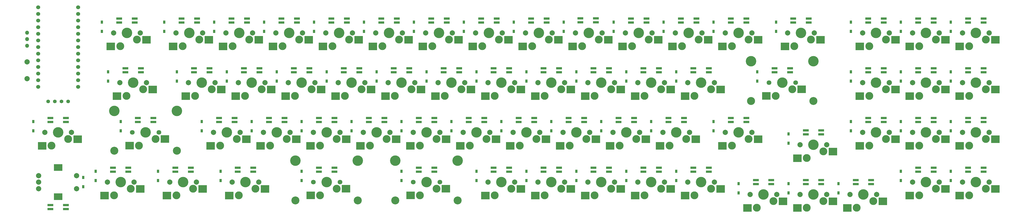
<source format=gbs>
G04 #@! TF.GenerationSoftware,KiCad,Pcbnew,(5.1.12)-1*
G04 #@! TF.CreationDate,2023-11-03T11:44:58+09:00*
G04 #@! TF.ProjectId,jtnk64w,6a746e6b-3634-4772-9e6b-696361645f70,rev?*
G04 #@! TF.SameCoordinates,Original*
G04 #@! TF.FileFunction,Soldermask,Bot*
G04 #@! TF.FilePolarity,Negative*
%FSLAX46Y46*%
G04 Gerber Fmt 4.6, Leading zero omitted, Abs format (unit mm)*
G04 Created by KiCad (PCBNEW (5.1.12)-1) date 2023-11-03 11:44:58*
%MOMM*%
%LPD*%
G01*
G04 APERTURE LIST*
%ADD10C,4.000000*%
%ADD11C,3.050000*%
%ADD12R,3.300000X3.000000*%
%ADD13C,3.000000*%
%ADD14C,1.800000*%
%ADD15C,1.524000*%
%ADD16C,2.000000*%
%ADD17R,3.200000X2.500000*%
%ADD18C,1.397000*%
%ADD19R,2.200000X0.820000*%
%ADD20O,1.500000X1.500000*%
%ADD21R,0.950000X1.300000*%
G04 APERTURE END LIST*
D10*
X323844000Y-53672500D03*
X300044000Y-53672500D03*
D11*
X300044000Y-68912500D03*
X323844000Y-68912500D03*
D12*
X319344000Y-64452500D03*
D13*
X309404000Y-66992500D03*
D10*
X311944000Y-61912500D03*
D14*
X306864000Y-61912500D03*
X317024000Y-61912500D03*
D13*
X315754000Y-64452500D03*
D12*
X305844000Y-66992500D03*
D10*
X188112000Y-91772000D03*
X164312000Y-91772000D03*
D11*
X164312000Y-107012000D03*
X188112000Y-107012000D03*
D12*
X183612000Y-102552000D03*
D13*
X173672000Y-105092000D03*
D10*
X176212000Y-100012000D03*
D14*
X171132000Y-100012000D03*
X181292000Y-100012000D03*
D13*
X180022000Y-102552000D03*
D12*
X170112000Y-105092000D03*
D10*
X150012000Y-91772000D03*
X126212000Y-91772000D03*
D11*
X126212000Y-107012000D03*
X150012000Y-107012000D03*
D12*
X145512000Y-102552000D03*
D13*
X135572000Y-105092000D03*
D10*
X138112000Y-100012000D03*
D14*
X133032000Y-100012000D03*
X143192000Y-100012000D03*
D13*
X141922000Y-102552000D03*
D12*
X132012000Y-105092000D03*
D10*
X80956200Y-72722500D03*
X57156200Y-72722500D03*
D11*
X57156200Y-87962500D03*
X80956200Y-87962500D03*
D12*
X76456200Y-83502500D03*
D13*
X66516200Y-86042500D03*
D10*
X69056200Y-80962500D03*
D14*
X63976200Y-80962500D03*
X74136200Y-80962500D03*
D13*
X72866200Y-83502500D03*
D12*
X62956200Y-86042500D03*
D15*
X43282400Y-35528200D03*
X43282400Y-38068200D03*
X43282400Y-40608200D03*
X43282400Y-43148200D03*
X43282400Y-45688200D03*
X43282400Y-48228200D03*
X43282400Y-50768200D03*
X43282400Y-53308200D03*
X43282400Y-55848200D03*
X43282400Y-58388200D03*
X43282400Y-60928200D03*
X43282400Y-63468200D03*
X28062400Y-63468200D03*
X28062400Y-60928200D03*
X28062400Y-58388200D03*
X28062400Y-55848200D03*
X28062400Y-53308200D03*
X28062400Y-50768200D03*
X28062400Y-48228200D03*
X28062400Y-45688200D03*
X28062400Y-43148200D03*
X28062400Y-40608200D03*
X28062400Y-38068200D03*
X28062400Y-35528200D03*
X28062400Y-32988200D03*
X43282400Y-32988200D03*
D16*
X23812500Y-53900000D03*
X23812500Y-60400000D03*
D12*
X379612000Y-105132000D03*
D16*
X390842000Y-100012000D03*
X380682000Y-100012000D03*
D10*
X385762000Y-100012000D03*
D13*
X383222000Y-105092000D03*
X389572000Y-102552000D03*
D12*
X393212000Y-102592000D03*
X379612000Y-86082500D03*
D16*
X390842000Y-80962500D03*
X380682000Y-80962500D03*
D10*
X385762000Y-80962500D03*
D13*
X383222000Y-86042500D03*
X389572000Y-83502500D03*
D12*
X393212000Y-83542500D03*
X379612000Y-67032500D03*
D16*
X390842000Y-61912500D03*
X380682000Y-61912500D03*
D10*
X385762000Y-61912500D03*
D13*
X383222000Y-66992500D03*
X389572000Y-64452500D03*
D12*
X393212000Y-64492500D03*
X379612000Y-47982500D03*
D16*
X390842000Y-42862500D03*
X380682000Y-42862500D03*
D10*
X385762000Y-42862500D03*
D13*
X383222000Y-47942500D03*
X389572000Y-45402500D03*
D12*
X393212000Y-45442500D03*
X360562000Y-105132000D03*
D16*
X371792000Y-100012000D03*
X361632000Y-100012000D03*
D10*
X366712000Y-100012000D03*
D13*
X364172000Y-105092000D03*
X370522000Y-102552000D03*
D12*
X374162000Y-102592000D03*
X360562000Y-86082500D03*
D16*
X371792000Y-80962500D03*
X361632000Y-80962500D03*
D10*
X366712000Y-80962500D03*
D13*
X364172000Y-86042500D03*
X370522000Y-83502500D03*
D12*
X374162000Y-83542500D03*
X360562000Y-67032500D03*
D16*
X371792000Y-61912500D03*
X361632000Y-61912500D03*
D10*
X366712000Y-61912500D03*
D13*
X364172000Y-66992500D03*
X370522000Y-64452500D03*
D12*
X374162000Y-64492500D03*
X360562000Y-47982500D03*
D16*
X371792000Y-42862500D03*
X361632000Y-42862500D03*
D10*
X366712000Y-42862500D03*
D13*
X364172000Y-47942500D03*
X370522000Y-45402500D03*
D12*
X374162000Y-45442500D03*
X336750000Y-109895000D03*
D16*
X347980000Y-104775000D03*
X337820000Y-104775000D03*
D10*
X342900000Y-104775000D03*
D13*
X340360000Y-109855000D03*
X346710000Y-107315000D03*
D12*
X350350000Y-107355000D03*
X341512000Y-86082500D03*
D16*
X352742000Y-80962500D03*
X342582000Y-80962500D03*
D10*
X347662000Y-80962500D03*
D13*
X345122000Y-86042500D03*
X351472000Y-83502500D03*
D12*
X355112000Y-83542500D03*
X341512000Y-67032500D03*
D16*
X352742000Y-61912500D03*
X342582000Y-61912500D03*
D10*
X347662000Y-61912500D03*
D13*
X345122000Y-66992500D03*
X351472000Y-64452500D03*
D12*
X355112000Y-64492500D03*
X341512000Y-47982500D03*
D16*
X352742000Y-42862500D03*
X342582000Y-42862500D03*
D10*
X347662000Y-42862500D03*
D13*
X345122000Y-47942500D03*
X351472000Y-45402500D03*
D12*
X355112000Y-45442500D03*
X312938000Y-47982500D03*
D16*
X324168000Y-42862500D03*
X314008000Y-42862500D03*
D10*
X319088000Y-42862500D03*
D13*
X316548000Y-47942500D03*
X322898000Y-45402500D03*
D12*
X326538000Y-45442500D03*
X317700000Y-109895000D03*
D16*
X328930000Y-104775000D03*
X318770000Y-104775000D03*
D10*
X323850000Y-104775000D03*
D13*
X321310000Y-109855000D03*
X327660000Y-107315000D03*
D12*
X331300000Y-107355000D03*
X317700000Y-90845000D03*
D16*
X328930000Y-85725000D03*
X318770000Y-85725000D03*
D10*
X323850000Y-85725000D03*
D13*
X321310000Y-90805000D03*
X327660000Y-88265000D03*
D12*
X331300000Y-88305000D03*
X289125000Y-47982500D03*
D16*
X300355000Y-42862500D03*
X290195000Y-42862500D03*
D10*
X295275000Y-42862500D03*
D13*
X292735000Y-47942500D03*
X299085000Y-45402500D03*
D12*
X302725000Y-45442500D03*
X298650000Y-109895000D03*
D16*
X309880000Y-104775000D03*
X299720000Y-104775000D03*
D10*
X304800000Y-104775000D03*
D13*
X302260000Y-109855000D03*
X308610000Y-107315000D03*
D12*
X312250000Y-107355000D03*
X289125000Y-86082500D03*
D16*
X300355000Y-80962500D03*
X290195000Y-80962500D03*
D10*
X295275000Y-80962500D03*
D13*
X292735000Y-86042500D03*
X299085000Y-83502500D03*
D12*
X302725000Y-83542500D03*
X274838000Y-67032500D03*
D16*
X286068000Y-61912500D03*
X275908000Y-61912500D03*
D10*
X280988000Y-61912500D03*
D13*
X278448000Y-66992500D03*
X284798000Y-64452500D03*
D12*
X288438000Y-64492500D03*
X270075000Y-47982500D03*
D16*
X281305000Y-42862500D03*
X271145000Y-42862500D03*
D10*
X276225000Y-42862500D03*
D13*
X273685000Y-47942500D03*
X280035000Y-45402500D03*
D12*
X283675000Y-45442500D03*
X274838000Y-105132000D03*
D16*
X286068000Y-100012000D03*
X275908000Y-100012000D03*
D10*
X280988000Y-100012000D03*
D13*
X278448000Y-105092000D03*
X284798000Y-102552000D03*
D12*
X288438000Y-102592000D03*
X265312000Y-86082500D03*
D16*
X276542000Y-80962500D03*
X266382000Y-80962500D03*
D10*
X271462000Y-80962500D03*
D13*
X268922000Y-86042500D03*
X275272000Y-83502500D03*
D12*
X278912000Y-83542500D03*
X255788000Y-67032500D03*
D16*
X267018000Y-61912500D03*
X256858000Y-61912500D03*
D10*
X261938000Y-61912500D03*
D13*
X259398000Y-66992500D03*
X265748000Y-64452500D03*
D12*
X269388000Y-64492500D03*
X251025000Y-47982500D03*
D16*
X262255000Y-42862500D03*
X252095000Y-42862500D03*
D10*
X257175000Y-42862500D03*
D13*
X254635000Y-47942500D03*
X260985000Y-45402500D03*
D12*
X264625000Y-45442500D03*
X255788000Y-105132000D03*
D16*
X267018000Y-100012000D03*
X256858000Y-100012000D03*
D10*
X261938000Y-100012000D03*
D13*
X259398000Y-105092000D03*
X265748000Y-102552000D03*
D12*
X269388000Y-102592000D03*
X246262000Y-86082500D03*
D16*
X257492000Y-80962500D03*
X247332000Y-80962500D03*
D10*
X252412000Y-80962500D03*
D13*
X249872000Y-86042500D03*
X256222000Y-83502500D03*
D12*
X259862000Y-83542500D03*
X236738000Y-67032500D03*
D16*
X247968000Y-61912500D03*
X237808000Y-61912500D03*
D10*
X242888000Y-61912500D03*
D13*
X240348000Y-66992500D03*
X246698000Y-64452500D03*
D12*
X250338000Y-64492500D03*
X231975000Y-47982500D03*
D16*
X243205000Y-42862500D03*
X233045000Y-42862500D03*
D10*
X238125000Y-42862500D03*
D13*
X235585000Y-47942500D03*
X241935000Y-45402500D03*
D12*
X245575000Y-45442500D03*
X236738000Y-105132000D03*
D16*
X247968000Y-100012000D03*
X237808000Y-100012000D03*
D10*
X242888000Y-100012000D03*
D13*
X240348000Y-105092000D03*
X246698000Y-102552000D03*
D12*
X250338000Y-102592000D03*
X227212000Y-86082500D03*
D16*
X238442000Y-80962500D03*
X228282000Y-80962500D03*
D10*
X233362000Y-80962500D03*
D13*
X230822000Y-86042500D03*
X237172000Y-83502500D03*
D12*
X240812000Y-83542500D03*
X217688000Y-67032500D03*
D16*
X228918000Y-61912500D03*
X218758000Y-61912500D03*
D10*
X223838000Y-61912500D03*
D13*
X221298000Y-66992500D03*
X227648000Y-64452500D03*
D12*
X231288000Y-64492500D03*
X212925000Y-47982500D03*
D16*
X224155000Y-42862500D03*
X213995000Y-42862500D03*
D10*
X219075000Y-42862500D03*
D13*
X216535000Y-47942500D03*
X222885000Y-45402500D03*
D12*
X226525000Y-45442500D03*
X217688000Y-105132000D03*
D16*
X228918000Y-100012000D03*
X218758000Y-100012000D03*
D10*
X223838000Y-100012000D03*
D13*
X221298000Y-105092000D03*
X227648000Y-102552000D03*
D12*
X231288000Y-102592000D03*
X208162000Y-86082500D03*
D16*
X219392000Y-80962500D03*
X209232000Y-80962500D03*
D10*
X214312000Y-80962500D03*
D13*
X211772000Y-86042500D03*
X218122000Y-83502500D03*
D12*
X221762000Y-83542500D03*
X198638000Y-67032500D03*
D16*
X209868000Y-61912500D03*
X199708000Y-61912500D03*
D10*
X204788000Y-61912500D03*
D13*
X202248000Y-66992500D03*
X208598000Y-64452500D03*
D12*
X212238000Y-64492500D03*
X193875000Y-47982500D03*
D16*
X205105000Y-42862500D03*
X194945000Y-42862500D03*
D10*
X200025000Y-42862500D03*
D13*
X197485000Y-47942500D03*
X203835000Y-45402500D03*
D12*
X207475000Y-45442500D03*
X198638000Y-105132000D03*
D16*
X209868000Y-100012000D03*
X199708000Y-100012000D03*
D10*
X204788000Y-100012000D03*
D13*
X202248000Y-105092000D03*
X208598000Y-102552000D03*
D12*
X212238000Y-102592000D03*
X189112000Y-86082500D03*
D16*
X200342000Y-80962500D03*
X190182000Y-80962500D03*
D10*
X195262000Y-80962500D03*
D13*
X192722000Y-86042500D03*
X199072000Y-83502500D03*
D12*
X202712000Y-83542500D03*
X179588000Y-67032500D03*
D16*
X190818000Y-61912500D03*
X180658000Y-61912500D03*
D10*
X185738000Y-61912500D03*
D13*
X183198000Y-66992500D03*
X189548000Y-64452500D03*
D12*
X193188000Y-64492500D03*
X174825000Y-47982500D03*
D16*
X186055000Y-42862500D03*
X175895000Y-42862500D03*
D10*
X180975000Y-42862500D03*
D13*
X178435000Y-47942500D03*
X184785000Y-45402500D03*
D12*
X188425000Y-45442500D03*
X170062000Y-86082500D03*
D16*
X181292000Y-80962500D03*
X171132000Y-80962500D03*
D10*
X176212000Y-80962500D03*
D13*
X173672000Y-86042500D03*
X180022000Y-83502500D03*
D12*
X183662000Y-83542500D03*
X160538000Y-67032500D03*
D16*
X171768000Y-61912500D03*
X161608000Y-61912500D03*
D10*
X166688000Y-61912500D03*
D13*
X164148000Y-66992500D03*
X170498000Y-64452500D03*
D12*
X174138000Y-64492500D03*
X155775000Y-47982500D03*
D16*
X167005000Y-42862500D03*
X156845000Y-42862500D03*
D10*
X161925000Y-42862500D03*
D13*
X159385000Y-47942500D03*
X165735000Y-45402500D03*
D12*
X169375000Y-45442500D03*
X151012000Y-86082500D03*
D16*
X162242000Y-80962500D03*
X152082000Y-80962500D03*
D10*
X157162000Y-80962500D03*
D13*
X154622000Y-86042500D03*
X160972000Y-83502500D03*
D12*
X164612000Y-83542500D03*
X141488000Y-67032500D03*
D16*
X152718000Y-61912500D03*
X142558000Y-61912500D03*
D10*
X147638000Y-61912500D03*
D13*
X145098000Y-66992500D03*
X151448000Y-64452500D03*
D12*
X155088000Y-64492500D03*
X136725000Y-47982500D03*
D16*
X147955000Y-42862500D03*
X137795000Y-42862500D03*
D10*
X142875000Y-42862500D03*
D13*
X140335000Y-47942500D03*
X146685000Y-45402500D03*
D12*
X150325000Y-45442500D03*
X131962000Y-86082500D03*
D16*
X143192000Y-80962500D03*
X133032000Y-80962500D03*
D10*
X138112000Y-80962500D03*
D13*
X135572000Y-86042500D03*
X141922000Y-83502500D03*
D12*
X145562000Y-83542500D03*
X122438000Y-67032500D03*
D16*
X133668000Y-61912500D03*
X123508000Y-61912500D03*
D10*
X128588000Y-61912500D03*
D13*
X126048000Y-66992500D03*
X132398000Y-64452500D03*
D12*
X136038000Y-64492500D03*
X117675000Y-47982500D03*
D16*
X128905000Y-42862500D03*
X118745000Y-42862500D03*
D10*
X123825000Y-42862500D03*
D13*
X121285000Y-47942500D03*
X127635000Y-45402500D03*
D12*
X131275000Y-45442500D03*
X101006000Y-105132000D03*
D16*
X112236000Y-100012000D03*
X102076000Y-100012000D03*
D10*
X107156000Y-100012000D03*
D13*
X104616000Y-105092000D03*
X110966000Y-102552000D03*
D12*
X114606000Y-102592000D03*
X112912000Y-86082500D03*
D16*
X124142000Y-80962500D03*
X113982000Y-80962500D03*
D10*
X119062000Y-80962500D03*
D13*
X116522000Y-86042500D03*
X122872000Y-83502500D03*
D12*
X126512000Y-83542500D03*
X103388000Y-67032500D03*
D16*
X114618000Y-61912500D03*
X104458000Y-61912500D03*
D10*
X109538000Y-61912500D03*
D13*
X106998000Y-66992500D03*
X113348000Y-64452500D03*
D12*
X116988000Y-64492500D03*
X98625000Y-47982500D03*
D16*
X109855000Y-42862500D03*
X99695000Y-42862500D03*
D10*
X104775000Y-42862500D03*
D13*
X102235000Y-47942500D03*
X108585000Y-45402500D03*
D12*
X112225000Y-45442500D03*
X77193800Y-105132000D03*
D16*
X88423800Y-100012000D03*
X78263800Y-100012000D03*
D10*
X83343800Y-100012000D03*
D13*
X80803800Y-105092000D03*
X87153800Y-102552000D03*
D12*
X90793800Y-102592000D03*
X93862000Y-86082500D03*
D16*
X105092000Y-80962500D03*
X94932000Y-80962500D03*
D10*
X100012000Y-80962500D03*
D13*
X97472000Y-86042500D03*
X103822000Y-83502500D03*
D12*
X107462000Y-83542500D03*
X84337500Y-67032500D03*
D16*
X95567500Y-61912500D03*
X85407500Y-61912500D03*
D10*
X90487500Y-61912500D03*
D13*
X87947500Y-66992500D03*
X94297500Y-64452500D03*
D12*
X97937500Y-64492500D03*
X79575000Y-47982500D03*
D16*
X90805000Y-42862500D03*
X80645000Y-42862500D03*
D10*
X85725000Y-42862500D03*
D13*
X83185000Y-47942500D03*
X89535000Y-45402500D03*
D12*
X93175000Y-45442500D03*
X53381200Y-105132000D03*
D16*
X64611200Y-100012000D03*
X54451200Y-100012000D03*
D10*
X59531200Y-100012000D03*
D13*
X56991200Y-105092000D03*
X63341200Y-102552000D03*
D12*
X66981200Y-102592000D03*
X58143800Y-67032500D03*
D16*
X69373800Y-61912500D03*
X59213800Y-61912500D03*
D10*
X64293800Y-61912500D03*
D13*
X61753800Y-66992500D03*
X68103800Y-64452500D03*
D12*
X71743800Y-64492500D03*
X55762500Y-47982500D03*
D16*
X66992500Y-42862500D03*
X56832500Y-42862500D03*
D10*
X61912500Y-42862500D03*
D13*
X59372500Y-47942500D03*
X65722500Y-45402500D03*
D12*
X69362500Y-45442500D03*
D16*
X42718800Y-102512000D03*
X42718800Y-97512000D03*
D17*
X35718800Y-105612000D03*
X35718800Y-94412000D03*
D16*
X28218800Y-102512000D03*
X28218800Y-100012000D03*
X28218800Y-97512000D03*
D12*
X29568800Y-86082500D03*
D16*
X40798800Y-80962500D03*
X30638800Y-80962500D03*
D10*
X35718800Y-80962500D03*
D13*
X33178800Y-86042500D03*
X39528800Y-83502500D03*
D12*
X43168800Y-83542500D03*
D18*
X39528800Y-69056200D03*
X36988800Y-69056200D03*
X34448800Y-69056200D03*
X31908800Y-69056200D03*
D19*
X382812000Y-96000000D03*
X382812000Y-94500000D03*
X388712000Y-94500000D03*
X388712000Y-96000000D03*
X382812000Y-76950000D03*
X382812000Y-75450000D03*
X388712000Y-75450000D03*
X388712000Y-76950000D03*
X382812000Y-57900000D03*
X382812000Y-56400000D03*
X388712000Y-56400000D03*
X388712000Y-57900000D03*
X382812000Y-38850000D03*
X382812000Y-37350000D03*
X388712000Y-37350000D03*
X388712000Y-38850000D03*
X363762000Y-38850000D03*
X363762000Y-37350000D03*
X369662000Y-37350000D03*
X369662000Y-38850000D03*
X363762000Y-57900000D03*
X363762000Y-56400000D03*
X369662000Y-56400000D03*
X369662000Y-57900000D03*
X363762000Y-76950000D03*
X363762000Y-75450000D03*
X369662000Y-75450000D03*
X369662000Y-76950000D03*
X363762000Y-96000000D03*
X363762000Y-94500000D03*
X369662000Y-94500000D03*
X369662000Y-96000000D03*
X339950000Y-100762000D03*
X339950000Y-99262000D03*
X345850000Y-99262000D03*
X345850000Y-100762000D03*
X344712000Y-76950000D03*
X344712000Y-75450000D03*
X350612000Y-75450000D03*
X350612000Y-76950000D03*
X344712000Y-57900000D03*
X344712000Y-56400000D03*
X350612000Y-56400000D03*
X350612000Y-57900000D03*
X344712000Y-38850000D03*
X344712000Y-37350000D03*
X350612000Y-37350000D03*
X350612000Y-38850000D03*
X316138000Y-38850000D03*
X316138000Y-37350000D03*
X322038000Y-37350000D03*
X322038000Y-38850000D03*
X292325000Y-38850000D03*
X292325000Y-37350000D03*
X298225000Y-37350000D03*
X298225000Y-38850000D03*
X308994000Y-57900000D03*
X308994000Y-56400000D03*
X314894000Y-56400000D03*
X314894000Y-57900000D03*
X320900000Y-81712500D03*
X320900000Y-80212500D03*
X326800000Y-80212500D03*
X326800000Y-81712500D03*
X320900000Y-100762000D03*
X320900000Y-99262000D03*
X326800000Y-99262000D03*
X326800000Y-100762000D03*
X301850000Y-100762000D03*
X301850000Y-99262000D03*
X307750000Y-99262000D03*
X307750000Y-100762000D03*
X292325000Y-76950000D03*
X292325000Y-75450000D03*
X298225000Y-75450000D03*
X298225000Y-76950000D03*
X278038000Y-57900000D03*
X278038000Y-56400000D03*
X283938000Y-56400000D03*
X283938000Y-57900000D03*
X273275000Y-38850000D03*
X273275000Y-37350000D03*
X279175000Y-37350000D03*
X279175000Y-38850000D03*
X254225000Y-38850000D03*
X254225000Y-37350000D03*
X260125000Y-37350000D03*
X260125000Y-38850000D03*
X258988000Y-57900000D03*
X258988000Y-56400000D03*
X264888000Y-56400000D03*
X264888000Y-57900000D03*
X268512000Y-76950000D03*
X268512000Y-75450000D03*
X274412000Y-75450000D03*
X274412000Y-76950000D03*
X278038000Y-96000000D03*
X278038000Y-94500000D03*
X283938000Y-94500000D03*
X283938000Y-96000000D03*
X258988000Y-96000000D03*
X258988000Y-94500000D03*
X264888000Y-94500000D03*
X264888000Y-96000000D03*
X249462000Y-76950000D03*
X249462000Y-75450000D03*
X255362000Y-75450000D03*
X255362000Y-76950000D03*
X239938000Y-57900000D03*
X239938000Y-56400000D03*
X245838000Y-56400000D03*
X245838000Y-57900000D03*
X234956000Y-38750000D03*
X234956000Y-37250000D03*
X240856000Y-37250000D03*
X240856000Y-38750000D03*
X216125000Y-38850000D03*
X216125000Y-37350000D03*
X222025000Y-37350000D03*
X222025000Y-38850000D03*
X220888000Y-57900000D03*
X220888000Y-56400000D03*
X226788000Y-56400000D03*
X226788000Y-57900000D03*
X230412000Y-76950000D03*
X230412000Y-75450000D03*
X236312000Y-75450000D03*
X236312000Y-76950000D03*
X239938000Y-96000000D03*
X239938000Y-94500000D03*
X245838000Y-94500000D03*
X245838000Y-96000000D03*
X220888000Y-96000000D03*
X220888000Y-94500000D03*
X226788000Y-94500000D03*
X226788000Y-96000000D03*
X211362000Y-76950000D03*
X211362000Y-75450000D03*
X217262000Y-75450000D03*
X217262000Y-76950000D03*
X201838000Y-57900000D03*
X201838000Y-56400000D03*
X207738000Y-56400000D03*
X207738000Y-57900000D03*
X197075000Y-38850000D03*
X197075000Y-37350000D03*
X202975000Y-37350000D03*
X202975000Y-38850000D03*
X178025000Y-38850000D03*
X178025000Y-37350000D03*
X183925000Y-37350000D03*
X183925000Y-38850000D03*
X182788000Y-57900000D03*
X182788000Y-56400000D03*
X188688000Y-56400000D03*
X188688000Y-57900000D03*
X192312000Y-76950000D03*
X192312000Y-75450000D03*
X198212000Y-75450000D03*
X198212000Y-76950000D03*
X201838000Y-96000000D03*
X201838000Y-94500000D03*
X207738000Y-94500000D03*
X207738000Y-96000000D03*
X173262000Y-96000000D03*
X173262000Y-94500000D03*
X179162000Y-94500000D03*
X179162000Y-96000000D03*
X173262000Y-76950000D03*
X173262000Y-75450000D03*
X179162000Y-75450000D03*
X179162000Y-76950000D03*
X163738000Y-57900000D03*
X163738000Y-56400000D03*
X169638000Y-56400000D03*
X169638000Y-57900000D03*
X158975000Y-38850000D03*
X158975000Y-37350000D03*
X164875000Y-37350000D03*
X164875000Y-38850000D03*
X139925000Y-38850000D03*
X139925000Y-37350000D03*
X145825000Y-37350000D03*
X145825000Y-38850000D03*
X144688000Y-57900000D03*
X144688000Y-56400000D03*
X150588000Y-56400000D03*
X150588000Y-57900000D03*
X154212000Y-76950000D03*
X154212000Y-75450000D03*
X160112000Y-75450000D03*
X160112000Y-76950000D03*
X135162000Y-96000000D03*
X135162000Y-94500000D03*
X141062000Y-94500000D03*
X141062000Y-96000000D03*
X135162000Y-76950000D03*
X135162000Y-75450000D03*
X141062000Y-75450000D03*
X141062000Y-76950000D03*
X125638000Y-57900000D03*
X125638000Y-56400000D03*
X131538000Y-56400000D03*
X131538000Y-57900000D03*
X120875000Y-38850000D03*
X120875000Y-37350000D03*
X126775000Y-37350000D03*
X126775000Y-38850000D03*
X101825000Y-38850000D03*
X101825000Y-37350000D03*
X107725000Y-37350000D03*
X107725000Y-38850000D03*
X106588000Y-57900000D03*
X106588000Y-56400000D03*
X112488000Y-56400000D03*
X112488000Y-57900000D03*
X116112000Y-76950000D03*
X116112000Y-75450000D03*
X122012000Y-75450000D03*
X122012000Y-76950000D03*
X104206000Y-96000000D03*
X104206000Y-94500000D03*
X110106000Y-94500000D03*
X110106000Y-96000000D03*
X80393800Y-96000000D03*
X80393800Y-94500000D03*
X86293800Y-94500000D03*
X86293800Y-96000000D03*
X97062000Y-76950000D03*
X97062000Y-75450000D03*
X102962000Y-75450000D03*
X102962000Y-76950000D03*
X87537500Y-57900000D03*
X87537500Y-56400000D03*
X93437500Y-56400000D03*
X93437500Y-57900000D03*
X82775000Y-38850000D03*
X82775000Y-37350000D03*
X88675000Y-37350000D03*
X88675000Y-38850000D03*
X58962500Y-38850000D03*
X58962500Y-37350000D03*
X64862500Y-37350000D03*
X64862500Y-38850000D03*
X61343800Y-57900000D03*
X61343800Y-56400000D03*
X67243800Y-56400000D03*
X67243800Y-57900000D03*
X66106200Y-76950000D03*
X66106200Y-75450000D03*
X72006200Y-75450000D03*
X72006200Y-76950000D03*
X56581200Y-96000000D03*
X56581200Y-94500000D03*
X62481200Y-94500000D03*
X62481200Y-96000000D03*
X32768800Y-110288000D03*
X32768800Y-108788000D03*
X38668800Y-108788000D03*
X38668800Y-110288000D03*
X32768800Y-76950000D03*
X32768800Y-75450000D03*
X38668800Y-75450000D03*
X38668800Y-76950000D03*
D20*
X23862500Y-47743800D03*
X23862500Y-45243800D03*
X23862500Y-42743800D03*
D21*
X376238000Y-99406200D03*
X376238000Y-95856200D03*
X376238000Y-80356200D03*
X376238000Y-76806200D03*
X376238000Y-61306200D03*
X376238000Y-57756200D03*
X376238000Y-42256200D03*
X376238000Y-38706200D03*
X357188000Y-99406200D03*
X357188000Y-95856200D03*
X357188000Y-80356200D03*
X357188000Y-76806200D03*
X357188000Y-61306200D03*
X357188000Y-57756200D03*
X357188000Y-42256200D03*
X357188000Y-38706200D03*
X333375000Y-104169000D03*
X333375000Y-100619000D03*
X338138000Y-80356200D03*
X338138000Y-76806200D03*
X338138000Y-61306200D03*
X338138000Y-57756200D03*
X338138000Y-42256200D03*
X338138000Y-38706200D03*
X309562000Y-42256200D03*
X309562000Y-38706200D03*
X314325000Y-104169000D03*
X314325000Y-100619000D03*
X314325000Y-85118800D03*
X314325000Y-81568800D03*
X302419000Y-61306200D03*
X302419000Y-57756200D03*
X285750000Y-42256200D03*
X285750000Y-38706200D03*
X295275000Y-104169000D03*
X295275000Y-100619000D03*
X285750000Y-80356200D03*
X285750000Y-76806200D03*
X271462000Y-61306200D03*
X271462000Y-57756200D03*
X266700000Y-42256200D03*
X266700000Y-38706200D03*
X271462000Y-99406200D03*
X271462000Y-95856200D03*
X261938000Y-80356200D03*
X261938000Y-76806200D03*
X252412000Y-61306200D03*
X252412000Y-57756200D03*
X247650000Y-42256200D03*
X247650000Y-38706200D03*
X252412000Y-99406200D03*
X252412000Y-95856200D03*
X242888000Y-80356200D03*
X242888000Y-76806200D03*
X233362000Y-61306200D03*
X233362000Y-57756200D03*
X228600000Y-42256200D03*
X228600000Y-38706200D03*
X233362000Y-99406200D03*
X233362000Y-95856200D03*
X223838000Y-80356200D03*
X223838000Y-76806200D03*
X214312000Y-61306200D03*
X214312000Y-57756200D03*
X209550000Y-42256200D03*
X209550000Y-38706200D03*
X214312000Y-99406200D03*
X214312000Y-95856200D03*
X204788000Y-80356200D03*
X204788000Y-76806200D03*
X195262000Y-61306200D03*
X195262000Y-57756200D03*
X190500000Y-42256200D03*
X190500000Y-38706200D03*
X195262000Y-99406200D03*
X195262000Y-95856200D03*
X185738000Y-80356200D03*
X185738000Y-76806200D03*
X176212000Y-61306200D03*
X176212000Y-57756200D03*
X171450000Y-42256200D03*
X171450000Y-38706200D03*
X166688000Y-99406200D03*
X166688000Y-95856200D03*
X166688000Y-80356200D03*
X166688000Y-76806200D03*
X157162000Y-61306200D03*
X157162000Y-57756200D03*
X152400000Y-42256200D03*
X152400000Y-38706200D03*
X147638000Y-80356200D03*
X147638000Y-76806200D03*
X138112000Y-61306200D03*
X138112000Y-57756200D03*
X133350000Y-42256200D03*
X133350000Y-38706200D03*
X128588000Y-99406200D03*
X128588000Y-95856200D03*
X128588000Y-80356200D03*
X128588000Y-76806200D03*
X119062000Y-61306200D03*
X119062000Y-57756200D03*
X114300000Y-42256200D03*
X114300000Y-38706200D03*
X97631200Y-99406200D03*
X97631200Y-95856200D03*
X109538000Y-80356200D03*
X109538000Y-76806200D03*
X100012000Y-61306200D03*
X100012000Y-57756200D03*
X95250000Y-42256200D03*
X95250000Y-38706200D03*
X73818800Y-99406200D03*
X73818800Y-95856200D03*
X90487500Y-80356200D03*
X90487500Y-76806200D03*
X80962500Y-61306200D03*
X80962500Y-57756200D03*
X76200000Y-42256200D03*
X76200000Y-38706200D03*
X50006200Y-99406200D03*
X50006200Y-95856200D03*
X59531200Y-80356200D03*
X59531200Y-76806200D03*
X54768800Y-61306200D03*
X54768800Y-57756200D03*
X52387500Y-42256200D03*
X52387500Y-38706200D03*
X45243800Y-101787000D03*
X45243800Y-98237000D03*
X26193800Y-80356200D03*
X26193800Y-76806200D03*
M02*

</source>
